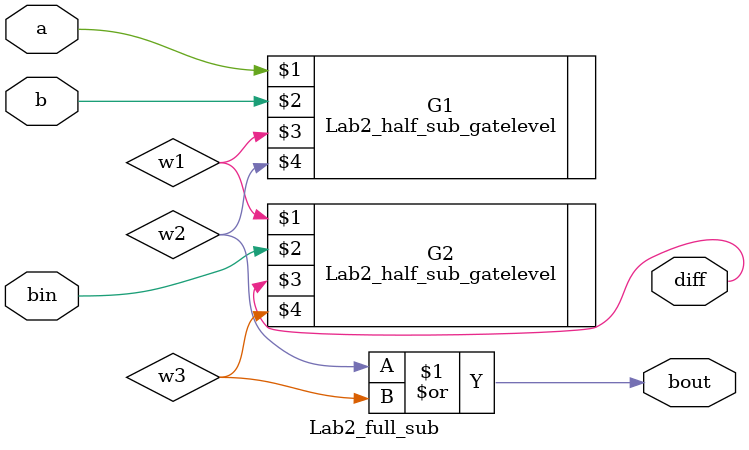
<source format=v>
module	Lab2_full_sub(input a, b, bin, output diff, bout);
	wire w1, w2, w3;

	Lab2_half_sub_gatelevel		G1(a, b, w1, w2);
	Lab2_half_sub_gatelevel		G2(w1, bin, diff, w3);
	or			   #(2) G3(bout, w2, w3);
	
endmodule
</source>
